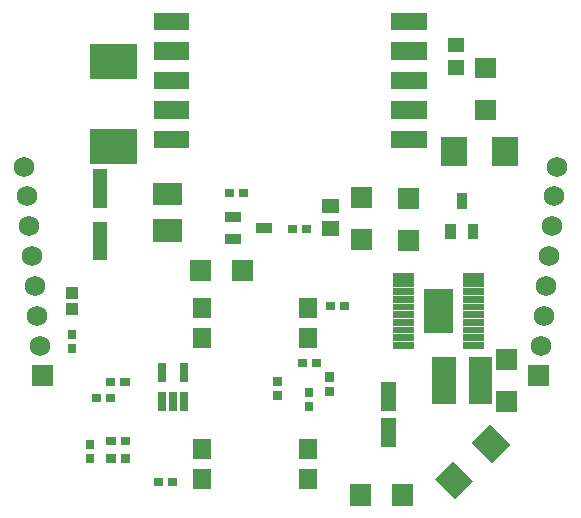
<source format=gts>
G04 start of page 6 for group -4063 idx -4063 *
G04 Title: roomunit-psu, componentmask *
G04 Creator: pcb 1.99z *
G04 CreationDate: tor 11 jun 2015 09:01:47 UTC *
G04 For: jonatan *
G04 Format: Gerber/RS-274X *
G04 PCB-Dimensions (mil): 2401.57 2401.57 *
G04 PCB-Coordinate-Origin: lower left *
%MOIN*%
%FSLAX25Y25*%
%LNTOPMASK*%
%ADD69R,0.0260X0.0260*%
%ADD68R,0.0750X0.0750*%
%ADD67R,0.1182X0.1182*%
%ADD66R,0.0394X0.0394*%
%ADD65R,0.0945X0.0945*%
%ADD64R,0.0230X0.0230*%
%ADD63R,0.0790X0.0790*%
%ADD62R,0.0472X0.0472*%
%ADD61R,0.0335X0.0335*%
%ADD60R,0.0867X0.0867*%
%ADD59R,0.0696X0.0696*%
%ADD58R,0.0482X0.0482*%
%ADD57R,0.0276X0.0276*%
%ADD56R,0.0591X0.0591*%
%ADD55C,0.0001*%
%ADD54C,0.0685*%
G54D54*X34787Y114531D03*
X33915Y124493D03*
X33044Y134456D03*
X32172Y144417D03*
G54D55*G36*
X33976Y88071D02*Y81220D01*
X40827D01*
Y88071D01*
X33976D01*
G37*
G54D54*X36530Y94607D03*
X35658Y104570D03*
X31301Y154379D03*
G54D55*G36*
X199331Y88071D02*Y81220D01*
X206181D01*
Y88071D01*
X199331D01*
G37*
G54D54*X203628Y94607D03*
X204499Y104570D03*
X205370Y114531D03*
X206242Y124493D03*
X207114Y134456D03*
X207985Y144417D03*
X208857Y154379D03*
G54D56*X125984Y97756D02*Y96969D01*
Y107756D02*Y106969D01*
G54D57*X138051Y107874D02*X138327D01*
X133366D02*X133642D01*
X125256Y133661D02*X125531D01*
X120571D02*X120846D01*
G54D58*X133118Y141142D02*X133811D01*
G54D59*X143639Y143917D02*X143762D01*
G54D60*X174449Y159862D02*Y159036D01*
G54D61*X177165Y143799D02*Y142028D01*
G54D59*X159387Y143701D02*X159510D01*
X159387Y129706D02*X159510D01*
G54D61*X173425Y133563D02*Y131791D01*
X180906Y133563D02*Y131791D01*
G54D60*X191693Y159862D02*Y159036D01*
G54D59*X184978Y173228D02*X185101D01*
X184978Y187224D02*X185101D01*
G54D58*X174850Y194882D02*X175543D01*
X174850Y187402D02*X175543D01*
G54D56*X156693Y163386D02*X162598D01*
X156693Y173228D02*X162598D01*
X156693Y183071D02*X162598D01*
X156693Y192913D02*X162598D01*
X156693Y202756D02*X162598D01*
G54D62*X152756Y80118D02*Y75197D01*
G54D63*X171260Y86811D02*Y79331D01*
G54D64*X155571Y94784D02*X160177D01*
G54D62*X152756Y68110D02*Y63189D01*
G54D55*G36*
X186513Y68428D02*X193231Y61710D01*
X187097Y55577D01*
X180380Y62294D01*
X186513Y68428D01*
G37*
G36*
X174320Y56234D02*X181037Y49517D01*
X174904Y43383D01*
X168187Y50101D01*
X174320Y56234D01*
G37*
G54D59*X157480Y44943D02*Y44820D01*
X143485Y44943D02*Y44820D01*
G54D56*X125984Y50512D02*Y49724D01*
Y60512D02*Y59724D01*
G54D57*X133071Y79665D02*Y79390D01*
Y84350D02*Y84075D01*
X126378Y79272D02*Y78996D01*
Y74587D02*Y74311D01*
X123917Y88976D02*X124193D01*
X128602D02*X128878D01*
G54D64*X178799Y94784D02*X183405D01*
X155571Y112696D02*X160177D01*
X178799D02*X183405D01*
X178799Y115255D02*X183405D01*
X178799Y117814D02*X183405D01*
X155571Y110137D02*X160177D01*
X178799D02*X183405D01*
X178799Y105020D02*X183405D01*
X178799Y107578D02*X183405D01*
G54D65*X169488Y108858D02*Y103740D01*
G54D64*X178799Y97343D02*X183405D01*
X178799Y99902D02*X183405D01*
X178799Y102461D02*X183405D01*
G54D59*X192065Y90157D02*X192187D01*
X192065Y76162D02*X192187D01*
G54D63*X183464Y86811D02*Y79331D01*
G54D64*X155571Y102461D02*X160177D01*
X155571Y99902D02*X160177D01*
X155571Y97343D02*X160177D01*
G54D58*X133118Y133661D02*X133811D01*
G54D59*X143639Y129921D02*X143762D01*
G54D64*X155571Y117814D02*X160177D01*
X155571Y115255D02*X160177D01*
X155571Y107578D02*X160177D01*
X155571Y105020D02*X160177D01*
G54D57*X47244Y98563D02*Y98287D01*
Y93878D02*Y93602D01*
G54D66*Y112288D02*Y112121D01*
Y106980D02*Y106813D01*
G54D57*X104193Y145669D02*X104469D01*
X99508D02*X99783D01*
G54D59*X90157Y119746D02*Y119624D01*
G54D67*X59056Y161024D02*X62992D01*
G54D56*X77559Y163386D02*X83465D01*
G54D67*X59056Y189371D02*X62992D01*
G54D56*X77559Y202756D02*X83465D01*
X77559Y192913D02*X83465D01*
X77559Y183071D02*X83465D01*
X77559Y173228D02*X83465D01*
G54D62*X56693Y151083D02*Y143012D01*
G54D68*X78159Y145276D02*X80108D01*
X78159Y133071D02*X80108D01*
G54D62*X56693Y133563D02*Y125492D01*
G54D56*X90551Y107756D02*Y106969D01*
Y97756D02*Y96969D01*
G54D61*X100098Y137598D02*X101870D01*
X100098Y130118D02*X101870D01*
X110335Y133858D02*X112106D01*
G54D57*X115748Y78091D02*Y77815D01*
Y82776D02*Y82500D01*
G54D59*X104153Y119746D02*Y119624D01*
G54D57*X80571Y49213D02*X80846D01*
X75886D02*X76161D01*
G54D56*X90551Y60512D02*Y59724D01*
Y50512D02*Y49724D01*
G54D57*X64823Y62992D02*X65098D01*
X64823Y57087D02*X65098D01*
X60138Y62992D02*X60413D01*
X53150Y61909D02*Y61634D01*
X60138Y57087D02*X60413D01*
X53150Y57224D02*Y56949D01*
X60098Y77165D02*X60374D01*
X55413D02*X55689D01*
X64783Y82677D02*X65059D01*
X60098D02*X60374D01*
G54D69*X77166Y78006D02*Y74206D01*
X80906Y78006D02*Y74206D01*
X84646Y78006D02*Y74206D01*
Y87606D02*Y83806D01*
X77166Y87606D02*Y83806D01*
M02*

</source>
